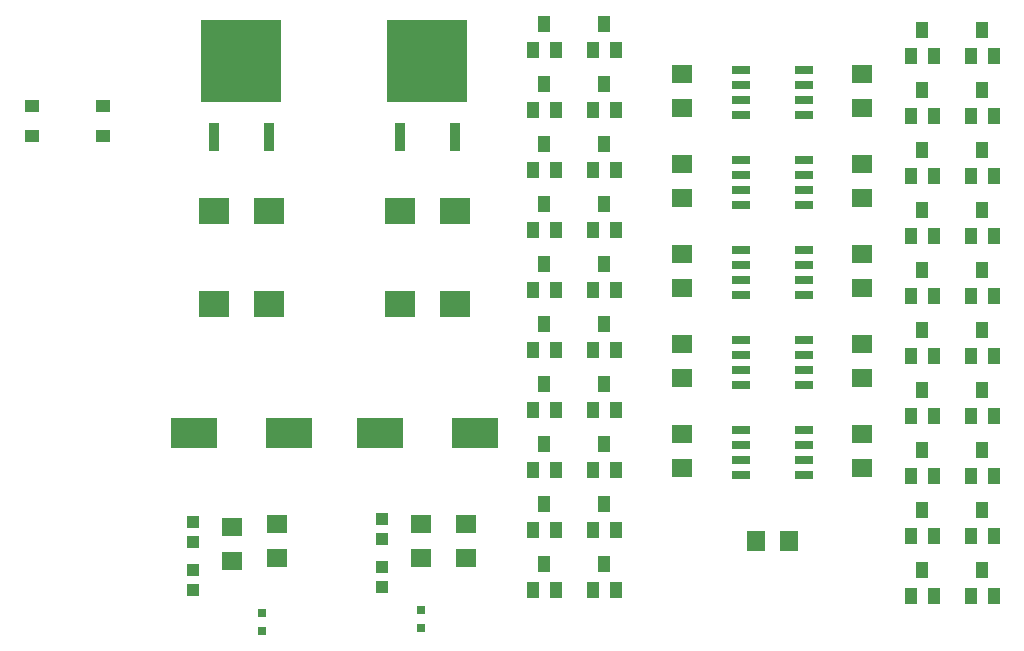
<source format=gbr>
G04 EAGLE Gerber RS-274X export*
G75*
%MOMM*%
%FSLAX34Y34*%
%LPD*%
%INSolderpaste Top*%
%IPPOS*%
%AMOC8*
5,1,8,0,0,1.08239X$1,22.5*%
G01*
%ADD10R,1.300000X1.000000*%
%ADD11R,4.000000X2.500000*%
%ADD12R,0.939800X2.489200*%
%ADD13R,6.781800X6.934200*%
%ADD14R,1.000000X1.100000*%
%ADD15R,1.803000X1.600000*%
%ADD16R,0.800000X0.800000*%
%ADD17R,2.500000X2.200000*%
%ADD18R,1.500000X0.650000*%
%ADD19R,1.600000X1.803000*%
%ADD20R,1.000000X1.400000*%


D10*
X639600Y673100D03*
X639600Y698500D03*
X579600Y698500D03*
X579600Y673100D03*
D11*
X954400Y421640D03*
X874400Y421640D03*
X796920Y421640D03*
X716920Y421640D03*
D12*
X891500Y672465D03*
D13*
X914400Y736600D03*
D12*
X937300Y672465D03*
X734020Y672465D03*
D13*
X756920Y736600D03*
D12*
X779820Y672465D03*
D14*
X716280Y288680D03*
X716280Y305680D03*
X876300Y331860D03*
X876300Y348860D03*
X876300Y291220D03*
X876300Y308220D03*
D15*
X909320Y315980D03*
X909320Y344420D03*
X749300Y313440D03*
X749300Y341880D03*
D16*
X909320Y271660D03*
X909320Y256660D03*
D17*
X890900Y609600D03*
X937900Y609600D03*
X733420Y609600D03*
X780420Y609600D03*
X890900Y530860D03*
X937900Y530860D03*
X733420Y530860D03*
X780420Y530860D03*
D16*
X774700Y269120D03*
X774700Y254120D03*
D15*
X1130300Y725420D03*
X1130300Y696980D03*
D18*
X1179500Y729200D03*
X1179500Y716500D03*
X1179500Y703800D03*
X1179500Y691100D03*
X1233500Y729200D03*
X1233500Y716500D03*
X1233500Y703800D03*
X1233500Y691100D03*
D15*
X1282700Y725420D03*
X1282700Y696980D03*
D19*
X1192280Y330200D03*
X1220720Y330200D03*
D15*
X1130300Y573020D03*
X1130300Y544580D03*
D18*
X1179500Y576800D03*
X1179500Y564100D03*
X1179500Y551400D03*
X1179500Y538700D03*
X1233500Y576800D03*
X1233500Y564100D03*
X1233500Y551400D03*
X1233500Y538700D03*
D15*
X1282700Y573020D03*
X1282700Y544580D03*
X1130300Y420620D03*
X1130300Y392180D03*
D18*
X1179500Y424400D03*
X1179500Y411700D03*
X1179500Y399000D03*
X1179500Y386300D03*
X1233500Y424400D03*
X1233500Y411700D03*
X1233500Y399000D03*
X1233500Y386300D03*
D15*
X1282700Y420620D03*
X1282700Y392180D03*
X1130300Y649220D03*
X1130300Y620780D03*
D18*
X1179500Y653000D03*
X1179500Y640300D03*
X1179500Y627600D03*
X1179500Y614900D03*
X1233500Y653000D03*
X1233500Y640300D03*
X1233500Y627600D03*
X1233500Y614900D03*
D15*
X1282700Y649220D03*
X1282700Y620780D03*
X1130300Y496820D03*
X1130300Y468380D03*
D18*
X1179500Y500600D03*
X1179500Y487900D03*
X1179500Y475200D03*
X1179500Y462500D03*
X1233500Y500600D03*
X1233500Y487900D03*
X1233500Y475200D03*
X1233500Y462500D03*
D15*
X1282700Y496820D03*
X1282700Y468380D03*
D14*
X716280Y329320D03*
X716280Y346320D03*
D20*
X1013460Y361520D03*
X1022960Y339520D03*
X1003960Y339520D03*
X1013460Y310720D03*
X1022960Y288720D03*
X1003960Y288720D03*
X1064260Y767920D03*
X1073760Y745920D03*
X1054760Y745920D03*
X1064260Y717120D03*
X1073760Y695120D03*
X1054760Y695120D03*
X1013460Y767920D03*
X1022960Y745920D03*
X1003960Y745920D03*
X1013460Y717120D03*
X1022960Y695120D03*
X1003960Y695120D03*
X1013460Y666320D03*
X1022960Y644320D03*
X1003960Y644320D03*
X1013460Y615520D03*
X1022960Y593520D03*
X1003960Y593520D03*
X1064260Y666320D03*
X1073760Y644320D03*
X1054760Y644320D03*
X1064260Y615520D03*
X1073760Y593520D03*
X1054760Y593520D03*
X1064260Y564720D03*
X1073760Y542720D03*
X1054760Y542720D03*
X1064260Y513920D03*
X1073760Y491920D03*
X1054760Y491920D03*
X1384300Y712040D03*
X1393800Y690040D03*
X1374800Y690040D03*
X1384300Y762840D03*
X1393800Y740840D03*
X1374800Y740840D03*
X1333500Y305640D03*
X1343000Y283640D03*
X1324000Y283640D03*
X1333500Y356440D03*
X1343000Y334440D03*
X1324000Y334440D03*
X1333500Y559640D03*
X1343000Y537640D03*
X1324000Y537640D03*
X1333500Y508840D03*
X1343000Y486840D03*
X1324000Y486840D03*
X1333500Y458040D03*
X1343000Y436040D03*
X1324000Y436040D03*
X1333500Y407240D03*
X1343000Y385240D03*
X1324000Y385240D03*
X1384300Y305640D03*
X1393800Y283640D03*
X1374800Y283640D03*
X1384300Y356440D03*
X1393800Y334440D03*
X1374800Y334440D03*
X1384300Y407240D03*
X1393800Y385240D03*
X1374800Y385240D03*
X1384300Y458040D03*
X1393800Y436040D03*
X1374800Y436040D03*
X1064260Y463120D03*
X1073760Y441120D03*
X1054760Y441120D03*
X1064260Y412320D03*
X1073760Y390320D03*
X1054760Y390320D03*
X1064260Y361520D03*
X1073760Y339520D03*
X1054760Y339520D03*
X1064260Y310720D03*
X1073760Y288720D03*
X1054760Y288720D03*
X1333500Y762840D03*
X1343000Y740840D03*
X1324000Y740840D03*
X1333500Y712040D03*
X1343000Y690040D03*
X1324000Y690040D03*
X1333500Y661240D03*
X1343000Y639240D03*
X1324000Y639240D03*
X1333500Y610440D03*
X1343000Y588440D03*
X1324000Y588440D03*
X1013460Y412320D03*
X1022960Y390320D03*
X1003960Y390320D03*
X1013460Y463120D03*
X1022960Y441120D03*
X1003960Y441120D03*
X1013460Y564720D03*
X1022960Y542720D03*
X1003960Y542720D03*
X1013460Y513920D03*
X1022960Y491920D03*
X1003960Y491920D03*
X1384300Y508840D03*
X1393800Y486840D03*
X1374800Y486840D03*
X1384300Y559640D03*
X1393800Y537640D03*
X1374800Y537640D03*
X1384300Y610440D03*
X1393800Y588440D03*
X1374800Y588440D03*
X1384300Y661240D03*
X1393800Y639240D03*
X1374800Y639240D03*
D15*
X787400Y315980D03*
X787400Y344420D03*
X947420Y315980D03*
X947420Y344420D03*
M02*

</source>
